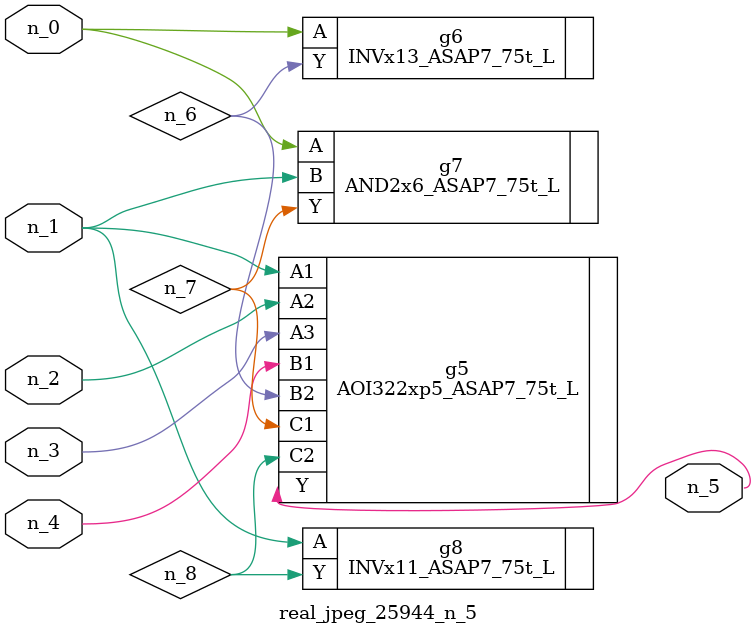
<source format=v>
module real_jpeg_25944_n_5 (n_4, n_0, n_1, n_2, n_3, n_5);

input n_4;
input n_0;
input n_1;
input n_2;
input n_3;

output n_5;

wire n_8;
wire n_6;
wire n_7;

INVx13_ASAP7_75t_L g6 ( 
.A(n_0),
.Y(n_6)
);

AND2x6_ASAP7_75t_L g7 ( 
.A(n_0),
.B(n_1),
.Y(n_7)
);

AOI322xp5_ASAP7_75t_L g5 ( 
.A1(n_1),
.A2(n_2),
.A3(n_3),
.B1(n_4),
.B2(n_6),
.C1(n_7),
.C2(n_8),
.Y(n_5)
);

INVx11_ASAP7_75t_L g8 ( 
.A(n_1),
.Y(n_8)
);


endmodule
</source>
